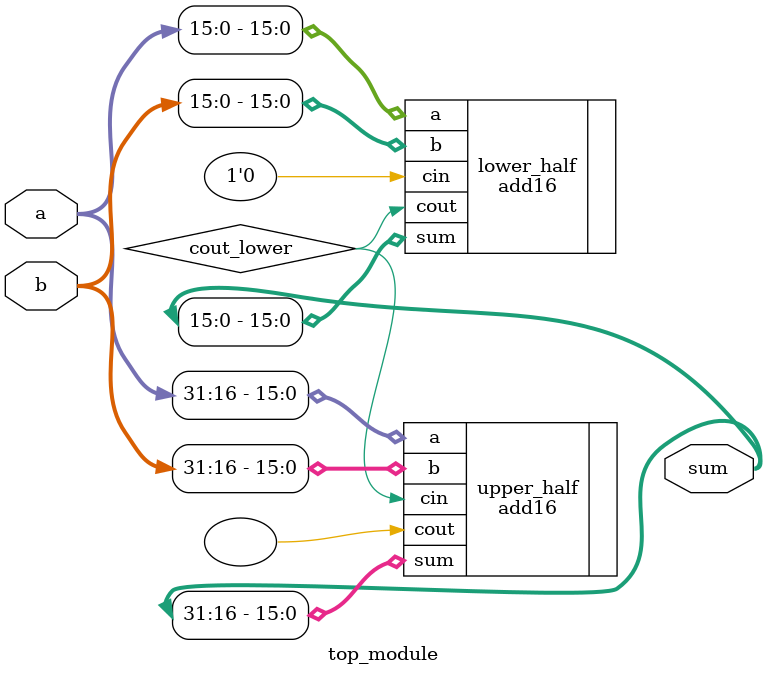
<source format=v>
module top_module (
    input [31:0] a,
    input [31:0] b,
    output [31:0] sum
);
    wire cout_lower;

    add16 lower_half (
        .a(a[15:0]),
        .b(b[15:0]),
        .cin(1'b0),
        .sum(sum[15:0]),
        .cout(cout_lower)
    );

    add16 upper_half (
        .a(a[31:16]),
        .b(b[31:16]),
        .cin(cout_lower),
        .sum(sum[31:16]),
        .cout()
    );
endmodule
</source>
